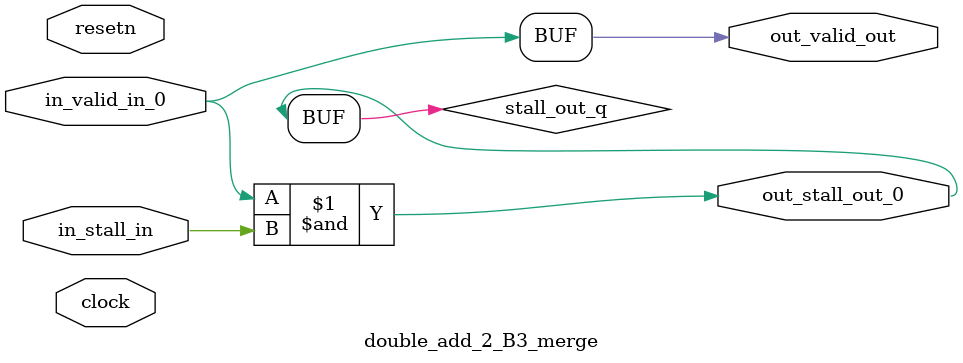
<source format=sv>



(* altera_attribute = "-name AUTO_SHIFT_REGISTER_RECOGNITION OFF; -name MESSAGE_DISABLE 10036; -name MESSAGE_DISABLE 10037; -name MESSAGE_DISABLE 14130; -name MESSAGE_DISABLE 14320; -name MESSAGE_DISABLE 15400; -name MESSAGE_DISABLE 14130; -name MESSAGE_DISABLE 10036; -name MESSAGE_DISABLE 12020; -name MESSAGE_DISABLE 12030; -name MESSAGE_DISABLE 12010; -name MESSAGE_DISABLE 12110; -name MESSAGE_DISABLE 14320; -name MESSAGE_DISABLE 13410; -name MESSAGE_DISABLE 113007; -name MESSAGE_DISABLE 10958" *)
module double_add_2_B3_merge (
    input wire [0:0] in_stall_in,
    input wire [0:0] in_valid_in_0,
    output wire [0:0] out_stall_out_0,
    output wire [0:0] out_valid_out,
    input wire clock,
    input wire resetn
    );

    wire [0:0] stall_out_q;


    // stall_out(LOGICAL,6)
    assign stall_out_q = in_valid_in_0 & in_stall_in;

    // out_stall_out_0(GPOUT,4)
    assign out_stall_out_0 = stall_out_q;

    // out_valid_out(GPOUT,5)
    assign out_valid_out = in_valid_in_0;

endmodule

</source>
